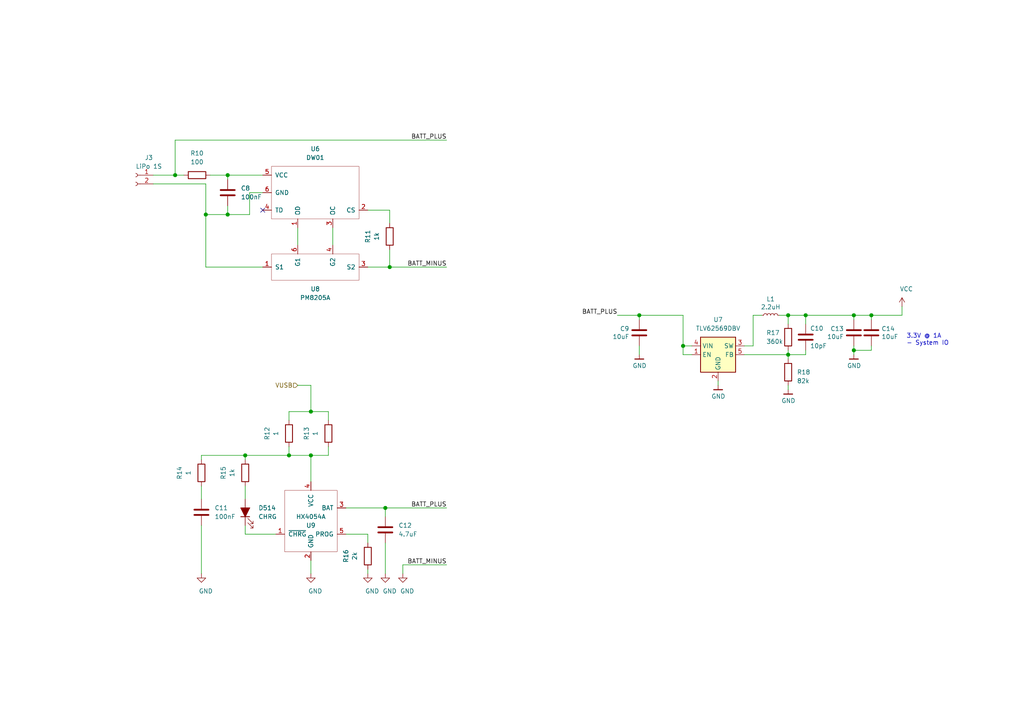
<source format=kicad_sch>
(kicad_sch (version 20230121) (generator eeschema)
  (paper "A4")
  (title_block (title "1S LiPo charge and protection") (rev "1.0"))
  (lib_symbols
    (symbol "Connector:Conn_01x02_Female" (pin_names (offset 1.016) hide)
      (property "Reference" "J" (at 0 2.54 0))
      (property "Value" "Conn_01x02_Female" (at 0 -5.08 0))
      (symbol "Conn_01x02_Female_1_1"
        (arc (start 0 -2.032) (mid -0.5058 -2.54) (end 0 -3.048) (stroke (width 0.1524)))
        (polyline (pts (xy -1.27 -2.54) (xy -0.508 -2.54)) (stroke (width 0.1524)))
        (polyline (pts (xy -1.27 0) (xy -0.508 0)) (stroke (width 0.1524)))
        (arc (start 0 0.508) (mid -0.5058 0) (end 0 -0.508) (stroke (width 0.1524)))
        (pin passive line (at -5.08 0 0) (length 3.81) (name "Pin_1") (number "1"))
        (pin passive line (at -5.08 -2.54 0) (length 3.81) (name "Pin_2") (number "2"))
      )
    )
    (symbol "Device:C" (pin_numbers hide) (pin_names (offset 0.254))
      (property "Reference" "C" (at 0.635 2.54 0))
      (property "Value" "C" (at 0.635 -2.54 0))
      (symbol "C_0_1"
        (polyline (pts (xy -2.032 -0.762) (xy 2.032 -0.762)) (stroke (width 0.508)))
        (polyline (pts (xy -2.032 0.762) (xy 2.032 0.762)) (stroke (width 0.508)))
      )
      (symbol "C_1_1"
        (pin passive line (at 0 3.81 270) (length 2.794) (name "~") (number "1"))
        (pin passive line (at 0 -3.81 90) (length 2.794) (name "~") (number "2"))
      )
    )
    (symbol "Device:LED_ALT" (pin_numbers hide) (pin_names (offset 1.016) hide)
      (property "Reference" "D" (at 0 2.54 0))
      (property "Value" "LED_ALT" (at 0 -2.54 0))
      (symbol "LED_ALT_0_1"
        (polyline (pts (xy -1.27 -1.27) (xy -1.27 1.27)) (stroke (width 0.254)))
        (polyline (pts (xy -1.27 0) (xy 1.27 0)))
        (polyline (pts (xy 1.27 -1.27) (xy 1.27 1.27) (xy -1.27 0) (xy 1.27 -1.27)) (stroke (width 0.254)) (fill (type outline)))
        (polyline (pts (xy -3.048 -0.762) (xy -4.572 -2.286) (xy -3.81 -2.286) (xy -4.572 -2.286) (xy -4.572 -1.524)))
        (polyline (pts (xy -1.778 -0.762) (xy -3.302 -2.286) (xy -2.54 -2.286) (xy -3.302 -2.286) (xy -3.302 -1.524)))
      )
      (symbol "LED_ALT_1_1"
        (pin passive line (at -3.81 0 0) (length 2.54) (name "K") (number "1"))
        (pin passive line (at 3.81 0 180) (length 2.54) (name "A") (number "2"))
      )
    )
    (symbol "Device:L_Small" (pin_numbers hide) (pin_names (offset 0.254) hide)
      (property "Reference" "L" (at 0.762 1.016 0))
      (property "Value" "L_Small" (at 0.762 -1.016 0))
      (symbol "L_Small_0_1"
        (arc (start 0 -2.032) (mid 0.5058 -1.524) (end 0 -1.016))
        (arc (start 0 -1.016) (mid 0.5058 -0.508) (end 0 0))
        (arc (start 0 0) (mid 0.5058 0.508) (end 0 1.016))
        (arc (start 0 1.016) (mid 0.5058 1.524) (end 0 2.032))
      )
      (symbol "L_Small_1_1"
        (pin passive line (at 0 2.54 270) (length 0.508) (name "~") (number "1"))
        (pin passive line (at 0 -2.54 90) (length 0.508) (name "~") (number "2"))
      )
    )
    (symbol "Device:R" (pin_numbers hide) (pin_names (offset 0))
      (property "Reference" "R" (at 2.032 0 90))
      (property "Value" "R" (at 0 0 90))
      (symbol "R_0_1"
        (rectangle (start -1.016 -2.54) (end 1.016 2.54) (stroke (width 0.254)))
      )
      (symbol "R_1_1"
        (pin passive line (at 0 3.81 270) (length 1.27) (name "~") (number "1"))
        (pin passive line (at 0 -3.81 90) (length 1.27) (name "~") (number "2"))
      )
    )
    (symbol "Regulator_Switching:TLV62569DBV"
      (property "Reference" "U" (at -5.08 6.35 0))
      (property "Value" "TLV62569DBV" (at 0 6.35 0))
      (symbol "TLV62569DBV_0_1"
        (rectangle (start -5.08 5.08) (end 5.08 -5.08) (stroke (width 0.254)) (fill (type background)))
      )
      (symbol "TLV62569DBV_1_1"
        (pin input line (at -7.62 0 0) (length 2.54) (name "EN") (number "1"))
        (pin power_in line (at 0 -7.62 90) (length 2.54) (name "GND") (number "2"))
        (pin power_out line (at 7.62 2.54 180) (length 2.54) (name "SW") (number "3"))
        (pin power_in line (at -7.62 2.54 0) (length 2.54) (name "VIN") (number "4"))
        (pin input line (at 7.62 0 180) (length 2.54) (name "FB") (number "5"))
      )
    )
    (symbol "gkl_power:GND" (power) (pin_names (offset 0))
      (property "Value" "GND" (at 0 -2.54 0))
      (symbol "GND_0_1"
        (polyline (pts (xy 0 -1.27) (xy 0 0)))
        (polyline (pts (xy 1.27 -1.27) (xy -1.27 -1.27)) (stroke (width 0.3048)))
      )
      (symbol "GND_1_1"
        (pin power_in line (at 0 0 270) (length 0) hide (name "GND") (number "1"))
      )
    )
    (symbol "hx4054a:DW01" (pin_names (offset 1.016))
      (property "Reference" "U" (at 0 -1.27 0))
      (property "Value" "DW01" (at 0 1.27 0))
      (symbol "DW01_0_1"
        (rectangle (start -12.7 7.62) (end 12.7 -7.62) (stroke (width 0.0005)))
      )
      (symbol "DW01_1_1"
        (pin output line (at -5.08 -10.16 90) (length 2.54) (name "OD") (number "1"))
        (pin input line (at 15.24 -5.08 180) (length 2.54) (name "CS") (number "2"))
        (pin output line (at 5.08 -10.16 90) (length 2.54) (name "OC") (number "3"))
        (pin input line (at -15.24 -5.08 0) (length 2.54) (name "TD") (number "4"))
        (pin power_in line (at -15.24 5.08 0) (length 2.54) (name "VCC") (number "5"))
        (pin passive line (at -15.24 0 0) (length 2.54) (name "GND") (number "6"))
      )
    )
    (symbol "hx4054a:HX4054A" (pin_names (offset 1.016))
      (property "Reference" "U" (at 0 -1.27 0))
      (property "Value" "HX4054A" (at 0 1.27 0))
      (symbol "HX4054A_0_1"
        (rectangle (start -7.62 8.89) (end 7.62 -8.89) (stroke (width 0.0005)))
      )
      (symbol "HX4054A_1_1"
        (pin output line (at -10.16 -3.81 0) (length 2.54) (name "~{CHRG}") (number "1"))
        (pin passive line (at 0 -11.43 90) (length 2.54) (name "GND") (number "2"))
        (pin output line (at 10.16 3.81 180) (length 2.54) (name "BAT") (number "3"))
        (pin power_in line (at 0 11.43 270) (length 2.54) (name "VCC") (number "4"))
        (pin input line (at 10.16 -3.81 180) (length 2.54) (name "PROG") (number "5"))
      )
    )
    (symbol "pm8205a:PM8205A" (pin_names (offset 1.016))
      (property "Reference" "U" (at 0 1.27 0))
      (property "Value" "PM8205A" (at 0 -1.27 0))
      (symbol "PM8205A_0_1"
        (rectangle (start -12.7 3.81) (end 12.7 -3.81) (stroke (width 0.0005)))
      )
      (symbol "PM8205A_1_1"
        (pin bidirectional line (at -15.24 0 0) (length 2.54) (name "S1") (number "1"))
        (pin bidirectional line (at 15.24 0 180) (length 2.54) (name "S2") (number "3"))
        (pin input line (at 5.08 6.35 270) (length 2.54) (name "G2") (number "4"))
        (pin input line (at -5.08 6.35 270) (length 2.54) (name "G1") (number "6"))
      )
    )
    (symbol "power:GND" (power) (pin_names (offset 0))
      (property "Value" "GND" (at 0 -3.81 0))
      (symbol "GND_0_1"
        (polyline (pts (xy 0 0) (xy 0 -1.27) (xy 1.27 -1.27) (xy 0 -2.54) (xy -1.27 -1.27) (xy 0 -1.27)))
      )
      (symbol "GND_1_1"
        (pin power_in line (at 0 0 270) (length 0) hide (name "GND") (number "1"))
      )
    )
    (symbol "power:VCC" (power) (pin_names (offset 0))
      (property "Value" "VCC" (at 0 3.81 0))
      (symbol "VCC_0_1"
        (polyline (pts (xy -0.762 1.27) (xy 0 2.54)))
        (polyline (pts (xy 0 0) (xy 0 2.54)))
        (polyline (pts (xy 0 2.54) (xy 0.762 1.27)))
      )
      (symbol "VCC_1_1"
        (pin power_in line (at 0 0 90) (length 0) hide (name "VCC") (number "1"))
      )
    )
  )
  (junction (at 111.76 147.32) (diameter 1.016))
  (junction (at 66.04 50.8) (diameter 1.016))
  (junction (at 83.82 132.08) (diameter 1.016))
  (junction (at 252.73 91.44) (diameter 1.016))
  (junction (at 66.04 62.23) (diameter 1.016))
  (junction (at 90.17 119.38) (diameter 1.016))
  (junction (at 233.68 91.44) (diameter 1.016))
  (junction (at 71.12 132.08) (diameter 1.016))
  (junction (at 90.17 132.08) (diameter 1.016))
  (junction (at 247.65 91.44) (diameter 1.016))
  (junction (at 113.03 77.47) (diameter 1.016))
  (junction (at 50.8 50.8) (diameter 1.016))
  (junction (at 185.42 91.44) (diameter 1.016))
  (junction (at 59.69 62.23) (diameter 1.016))
  (junction (at 247.65 101.6) (diameter 1.016))
  (junction (at 198.12 100.33) (diameter 1.016))
  (junction (at 228.6 91.44) (diameter 1.016))
  (junction (at 228.6 102.87) (diameter 1.016))
  (no_connect (at 76.2 60.96))
  (wire (pts (xy 233.68 102.87) (xy 233.68 101.6)))
  (wire (pts (xy 247.65 92.71) (xy 247.65 91.44)))
  (wire (pts (xy 59.69 62.23) (xy 66.04 62.23)))
  (wire (pts (xy 50.8 40.64) (xy 129.54 40.64)))
  (wire (pts (xy 83.82 132.08) (xy 71.12 132.08)))
  (wire (pts (xy 113.03 77.47) (xy 129.54 77.47)))
  (wire (pts (xy 83.82 129.54) (xy 83.82 132.08)))
  (wire (pts (xy 185.42 91.44) (xy 198.12 91.44)))
  (wire (pts (xy 252.73 91.44) (xy 261.62 91.44)))
  (wire (pts (xy 100.33 147.32) (xy 111.76 147.32)))
  (wire (pts (xy 111.76 157.48) (xy 111.76 166.37)))
  (wire (pts (xy 185.42 100.33) (xy 185.42 102.87)))
  (wire (pts (xy 215.9 102.87) (xy 228.6 102.87)))
  (wire (pts (xy 90.17 162.56) (xy 90.17 166.37)))
  (wire (pts (xy 86.36 66.04) (xy 86.36 71.12)))
  (wire (pts (xy 71.12 132.08) (xy 71.12 133.35)))
  (wire (pts (xy 226.06 91.44) (xy 228.6 91.44)))
  (wire (pts (xy 106.68 165.1) (xy 106.68 166.37)))
  (wire (pts (xy 228.6 111.76) (xy 228.6 113.03)))
  (wire (pts (xy 60.96 50.8) (xy 66.04 50.8)))
  (wire (pts (xy 90.17 119.38) (xy 95.25 119.38)))
  (wire (pts (xy 100.33 154.94) (xy 106.68 154.94)))
  (wire (pts (xy 261.62 91.44) (xy 261.62 88.9)))
  (wire (pts (xy 90.17 139.7) (xy 90.17 132.08)))
  (wire (pts (xy 71.12 154.94) (xy 71.12 152.4)))
  (wire (pts (xy 116.84 163.83) (xy 129.54 163.83)))
  (wire (pts (xy 198.12 100.33) (xy 198.12 91.44)))
  (wire (pts (xy 228.6 93.98) (xy 228.6 91.44)))
  (wire (pts (xy 66.04 50.8) (xy 66.04 52.07)))
  (wire (pts (xy 111.76 147.32) (xy 129.54 147.32)))
  (wire (pts (xy 72.39 55.88) (xy 72.39 62.23)))
  (wire (pts (xy 59.69 77.47) (xy 59.69 62.23)))
  (wire (pts (xy 44.45 53.34) (xy 59.69 53.34)))
  (wire (pts (xy 76.2 77.47) (xy 59.69 77.47)))
  (wire (pts (xy 66.04 62.23) (xy 72.39 62.23)))
  (wire (pts (xy 247.65 100.33) (xy 247.65 101.6)))
  (wire (pts (xy 58.42 152.4) (xy 58.42 166.37)))
  (wire (pts (xy 228.6 101.6) (xy 228.6 102.87)))
  (wire (pts (xy 228.6 91.44) (xy 233.68 91.44)))
  (wire (pts (xy 90.17 111.76) (xy 90.17 119.38)))
  (wire (pts (xy 247.65 101.6) (xy 247.65 102.87)))
  (wire (pts (xy 228.6 102.87) (xy 228.6 104.14)))
  (wire (pts (xy 252.73 101.6) (xy 247.65 101.6)))
  (wire (pts (xy 185.42 91.44) (xy 179.07 91.44)))
  (wire (pts (xy 252.73 92.71) (xy 252.73 91.44)))
  (wire (pts (xy 233.68 93.98) (xy 233.68 91.44)))
  (wire (pts (xy 76.2 55.88) (xy 72.39 55.88)))
  (wire (pts (xy 233.68 91.44) (xy 247.65 91.44)))
  (wire (pts (xy 198.12 102.87) (xy 200.66 102.87)))
  (wire (pts (xy 252.73 100.33) (xy 252.73 101.6)))
  (wire (pts (xy 71.12 132.08) (xy 58.42 132.08)))
  (wire (pts (xy 90.17 132.08) (xy 95.25 132.08)))
  (wire (pts (xy 247.65 91.44) (xy 252.73 91.44)))
  (wire (pts (xy 106.68 157.48) (xy 106.68 154.94)))
  (wire (pts (xy 113.03 64.77) (xy 113.03 60.96)))
  (wire (pts (xy 71.12 140.97) (xy 71.12 144.78)))
  (wire (pts (xy 80.01 154.94) (xy 71.12 154.94)))
  (wire (pts (xy 83.82 121.92) (xy 83.82 119.38)))
  (wire (pts (xy 95.25 119.38) (xy 95.25 121.92)))
  (wire (pts (xy 185.42 92.71) (xy 185.42 91.44)))
  (wire (pts (xy 58.42 140.97) (xy 58.42 144.78)))
  (wire (pts (xy 95.25 132.08) (xy 95.25 129.54)))
  (wire (pts (xy 198.12 100.33) (xy 198.12 102.87)))
  (wire (pts (xy 200.66 100.33) (xy 198.12 100.33)))
  (wire (pts (xy 96.52 66.04) (xy 96.52 71.12)))
  (wire (pts (xy 83.82 119.38) (xy 90.17 119.38)))
  (wire (pts (xy 218.44 100.33) (xy 218.44 91.44)))
  (wire (pts (xy 228.6 102.87) (xy 233.68 102.87)))
  (wire (pts (xy 66.04 50.8) (xy 76.2 50.8)))
  (wire (pts (xy 59.69 53.34) (xy 59.69 62.23)))
  (wire (pts (xy 50.8 50.8) (xy 50.8 40.64)))
  (wire (pts (xy 90.17 132.08) (xy 83.82 132.08)))
  (wire (pts (xy 66.04 59.69) (xy 66.04 62.23)))
  (wire (pts (xy 111.76 147.32) (xy 111.76 149.86)))
  (wire (pts (xy 50.8 50.8) (xy 53.34 50.8)))
  (wire (pts (xy 113.03 72.39) (xy 113.03 77.47)))
  (wire (pts (xy 208.28 110.49) (xy 208.28 111.76)))
  (wire (pts (xy 44.45 50.8) (xy 50.8 50.8)))
  (wire (pts (xy 58.42 132.08) (xy 58.42 133.35)))
  (wire (pts (xy 86.36 111.76) (xy 90.17 111.76)))
  (wire (pts (xy 215.9 100.33) (xy 218.44 100.33)))
  (wire (pts (xy 106.68 77.47) (xy 113.03 77.47)))
  (wire (pts (xy 106.68 60.96) (xy 113.03 60.96)))
  (wire (pts (xy 116.84 166.37) (xy 116.84 163.83)))
  (wire (pts (xy 220.98 91.44) (xy 218.44 91.44)))
  (text "3.3V @ 1A\n- System IO\n" (at 262.89 100.33 0) (effects (font (size 1.27 1.27)) (justify left bottom)))
  (label "BATT_PLUS" (at 179.07 91.44 180))
  (label "BATT_MINUS" (at 129.54 163.83 180))
  (label "BATT_PLUS" (at 129.54 147.32 180))
  (label "BATT_PLUS" (at 129.54 40.64 180))
  (label "BATT_MINUS" (at 129.54 77.47 180))
  (hierarchical_label "VUSB" (shape input) (at 86.36 111.76 180))
  (symbol (lib_id "hx4054a:HX4054A") (at 90.17 151.13 0) (unit 1)
    (property "Reference" "U9" (at 90.17 152.4 0))
    (property "Value" "HX4054A" (at 90.17 149.86 0))
    (property "Footprint" "Package_TO_SOT_SMD:SOT-23-5" (effects hide))
    (property "Mfg" "HX(hengjiaxing)" (effects hide))
    (property "PN" "HX4054A" (effects hide))
  )
  (symbol (lib_id "Device:R") (at 228.6 97.79 180) (unit 1)
    (property "Reference" "R17" (at 222.25 96.52 0) (effects (justify right)))
    (property "Value" "360k" (at 222.25 99.06 0) (effects (justify right)))
    (property "Footprint" "Resistor_SMD:R_0603_1608Metric" (effects hide))
    (property "Mfg" "UNI-ROYAL(Uniroyal Elec)" (effects hide))
    (property "PN" "0603WAF3603T5E" (effects hide))
  )
  (symbol (lib_id "power:GND") (at 111.76 166.37 0) (unit 1)
    (property "Reference" "#PWR053" (effects hide))
    (property "Value" "GND" (at 113.03 171.45 0))
  )
  (symbol (lib_id "Regulator_Switching:TLV62569DBV") (at 208.28 102.87 0) (unit 1)
    (property "Reference" "U7" (at 208.28 92.71 0))
    (property "Value" "TLV62569DBV" (at 208.28 95.25 0))
    (property "Footprint" "Package_TO_SOT_SMD:SOT-23-5" (effects hide))
    (property "Datasheet" "http://www.ti.com/lit/ds/symlink/tlv62569.pdf" (effects hide))
    (property "Mfg" "Texas Instruments" (effects hide))
    (property "PN" "TLV62569DBVR" (effects hide))
  )
  (symbol (lib_id "Device:C") (at 58.42 148.59 0) (unit 1)
    (property "Reference" "C11" (at 62.23 147.32 0) (effects (justify left)))
    (property "Value" "100nF" (at 62.23 149.86 0) (effects (justify left)))
    (property "Footprint" "Capacitor_SMD:C_0603_1608Metric" (effects hide))
    (property "Mfg" "Samsung Electro-Mechanics" (effects hide))
    (property "PN" "CL10B104KB8NNNC" (effects hide))
  )
  (symbol (lib_id "Device:C") (at 185.42 96.52 0) (mirror x) (unit 1)
    (property "Reference" "C9" (at 182.5244 95.3516 0) (effects (justify right)))
    (property "Value" "10uF" (at 182.5244 97.663 0) (effects (justify right)))
    (property "Footprint" "Capacitor_SMD:C_0603_1608Metric" (effects hide))
    (property "Mfg" "Samsung Electro-Mechanics" (effects hide))
    (property "PN" "CL10A106MO8NQNC" (effects hide))
  )
  (symbol (lib_id "Device:L_Small") (at 223.52 91.44 90) (unit 1)
    (property "Reference" "L1" (at 223.52 86.741 90))
    (property "Value" "2.2uH" (at 223.52 89.0524 90))
    (property "Footprint" "Inductor_SMD:L_0805_2012Metric" (effects hide))
    (property "Mfg" "Sunltech Tech" (effects hide))
    (property "PN" "SLM20122R2MIT" (effects hide))
  )
  (symbol (lib_id "power:GND") (at 90.17 166.37 0) (unit 1)
    (property "Reference" "#PWR051" (effects hide))
    (property "Value" "GND" (at 91.44 171.45 0))
  )
  (symbol (lib_id "power:GND") (at 58.42 166.37 0) (unit 1)
    (property "Reference" "#PWR050" (effects hide))
    (property "Value" "GND" (at 59.69 171.45 0))
  )
  (symbol (lib_id "hx4054a:DW01") (at 91.44 55.88 0) (unit 1)
    (property "Reference" "U6" (at 91.44 43.18 0))
    (property "Value" "DW01" (at 91.44 45.72 0))
    (property "Footprint" "Package_TO_SOT_SMD:SOT-23-6" (effects hide))
    (property "Mfg" "Guangdong Hottech" (effects hide))
    (property "PN" "DW01" (effects hide))
  )
  (symbol (lib_id "Device:R") (at 113.03 68.58 180) (unit 1)
    (property "Reference" "R11" (at 106.68 68.58 90))
    (property "Value" "1k" (at 109.22 68.58 90))
    (property "Footprint" "Resistor_SMD:R_0603_1608Metric" (effects hide))
    (property "Mfg" "UNI-ROYAL(Uniroyal Elec)" (effects hide))
    (property "PN" "0603WAF1001T5E" (effects hide))
  )
  (symbol (lib_id "Device:R") (at 83.82 125.73 180) (unit 1)
    (property "Reference" "R12" (at 77.47 125.73 90))
    (property "Value" "1" (at 80.01 125.73 90))
    (property "Footprint" "Resistor_SMD:R_0603_1608Metric" (effects hide))
    (property "Mfg" "UNI-ROYAL(Uniroyal Elec)" (effects hide))
    (property "PN" "0603WAF0000T5E" (effects hide))
  )
  (symbol (lib_id "Device:R") (at 228.6 107.95 0) (unit 1)
    (property "Reference" "R18" (at 231.14 107.95 0) (effects (justify left)))
    (property "Value" "82k" (at 231.14 110.49 0) (effects (justify left)))
    (property "Footprint" "Resistor_SMD:R_0603_1608Metric" (effects hide))
    (property "Mfg" "UNI-ROYAL(Uniroyal Elec)" (effects hide))
    (property "PN" "0603WAF8202T5E" (effects hide))
  )
  (symbol (lib_id "Connector:Conn_01x02_Female") (at 39.37 50.8 0) (mirror y) (unit 1)
    (property "Reference" "J3" (at 43.18 45.72 0))
    (property "Value" "LiPo 1S" (at 43.18 48.26 0))
    (property "Footprint" "Connectors:PH2.0-SMD-Horizontal" (effects hide))
    (property "Mfg" "JST Sales America" (effects hide))
    (property "PN" "S2B-PH-SM4-TB(LF)(SN)" (effects hide))
  )
  (symbol (lib_id "Device:R") (at 58.42 137.16 180) (unit 1)
    (property "Reference" "R14" (at 52.07 137.16 90))
    (property "Value" "1" (at 54.61 137.16 90))
    (property "Footprint" "Resistor_SMD:R_0603_1608Metric" (effects hide))
    (property "Mfg" "UNI-ROYAL(Uniroyal Elec)" (effects hide))
    (property "PN" "0603WAF0000T5E" (effects hide))
  )
  (symbol (lib_id "power:GND") (at 116.84 166.37 0) (unit 1)
    (property "Reference" "#PWR054" (effects hide))
    (property "Value" "GND" (at 118.11 171.45 0))
  )
  (symbol (lib_id "Device:R") (at 95.25 125.73 180) (unit 1)
    (property "Reference" "R13" (at 88.9 125.73 90))
    (property "Value" "1" (at 91.44 125.73 90))
    (property "Footprint" "Resistor_SMD:R_0603_1608Metric" (effects hide))
    (property "Mfg" "UNI-ROYAL(Uniroyal Elec)" (effects hide))
    (property "PN" "0603WAF0000T5E" (effects hide))
  )
  (symbol (lib_id "power:VCC") (at 261.62 88.9 0) (unit 1)
    (property "Reference" "#PWR046" (effects hide))
    (property "Value" "VCC" (at 262.89 83.82 0))
  )
  (symbol (lib_id "Device:R") (at 57.15 50.8 90) (unit 1)
    (property "Reference" "R10" (at 57.15 44.45 90))
    (property "Value" "100" (at 57.15 46.99 90))
    (property "Footprint" "Resistor_SMD:R_0603_1608Metric" (effects hide))
    (property "Mfg" "UNI-ROYAL(Uniroyal Elec)" (effects hide))
    (property "PN" "0603WAF1000T5E" (effects hide))
  )
  (symbol (lib_id "Device:C") (at 233.68 97.79 180) (unit 1)
    (property "Reference" "C10" (at 234.95 95.25 0) (effects (justify right)))
    (property "Value" "10pF" (at 234.95 100.33 0) (effects (justify right)))
    (property "Footprint" "Capacitor_SMD:C_0603_1608Metric" (effects hide))
    (property "Mfg" "Samsung Electro-Mechanics" (effects hide))
    (property "PN" "CL10C100JB81PNC" (effects hide))
  )
  (symbol (lib_id "Device:R") (at 71.12 137.16 180) (unit 1)
    (property "Reference" "R15" (at 64.77 137.16 90))
    (property "Value" "1k" (at 67.31 137.16 90))
    (property "Footprint" "Resistor_SMD:R_0603_1608Metric" (effects hide))
    (property "Mfg" "UNI-ROYAL(Uniroyal Elec)" (effects hide))
    (property "PN" "0603WAF1001T5E" (effects hide))
  )
  (symbol (lib_id "Device:LED_ALT") (at 71.12 148.59 90) (unit 1)
    (property "Reference" "D514" (at 74.93 147.32 90) (effects (justify right)))
    (property "Value" "CHRG" (at 74.93 149.86 90) (effects (justify right)))
    (property "Footprint" "LED_SMD:LED_0603_1608Metric" (effects hide))
    (property "Mfg" "Foshan NationStar Optoelectronics" (effects hide))
    (property "PN" "NCD0603Y1" (effects hide))
  )
  (symbol (lib_id "Device:C") (at 252.73 96.52 180) (unit 1)
    (property "Reference" "C14" (at 255.651 95.3516 0) (effects (justify right)))
    (property "Value" "10uF" (at 255.651 97.663 0) (effects (justify right)))
    (property "Footprint" "Capacitor_SMD:C_0603_1608Metric" (effects hide))
    (property "Mfg" "Samsung Electro-Mechanics" (effects hide))
    (property "PN" "CL10A106MO8NQNC" (effects hide))
  )
  (symbol (lib_id "gkl_power:GND") (at 228.6 113.03 0) (unit 1)
    (property "Reference" "#PWR0108" (effects hide))
    (property "Value" "GND" (at 228.6762 116.2304 0))
  )
  (symbol (lib_id "gkl_power:GND") (at 185.42 102.87 0) (unit 1)
    (property "Reference" "#PWR0110" (effects hide))
    (property "Value" "GND" (at 185.4962 106.0704 0))
  )
  (symbol (lib_id "power:GND") (at 106.68 166.37 0) (unit 1)
    (property "Reference" "#PWR052" (effects hide))
    (property "Value" "GND" (at 107.95 171.45 0))
  )
  (symbol (lib_id "Device:C") (at 66.04 55.88 0) (unit 1)
    (property "Reference" "C8" (at 69.85 54.61 0) (effects (justify left)))
    (property "Value" "100nF" (at 69.85 57.15 0) (effects (justify left)))
    (property "Footprint" "Capacitor_SMD:C_0603_1608Metric" (effects hide))
    (property "Mfg" "Samsung Electro-Mechanics" (effects hide))
    (property "PN" "CL10B104KB8NNNC" (effects hide))
  )
  (symbol (lib_id "pm8205a:PM8205A") (at 91.44 77.47 0) (unit 1)
    (property "Reference" "U8" (at 91.44 83.82 0))
    (property "Value" "PM8205A" (at 91.44 86.36 0))
    (property "Footprint" "Package_TO_SOT_SMD:SOT-23-6" (effects hide))
    (property "Mfg" "PN SILICON" (effects hide))
    (property "PN" "PM8205A" (effects hide))
  )
  (symbol (lib_id "Device:C") (at 111.76 153.67 0) (unit 1)
    (property "Reference" "C12" (at 115.57 152.4 0) (effects (justify left)))
    (property "Value" "4.7uF" (at 115.57 154.94 0) (effects (justify left)))
    (property "Footprint" "Capacitor_SMD:C_0603_1608Metric" (effects hide))
    (property "Mfg" "Samsung Electro-Mechanics" (effects hide))
    (property "PN" "CL10A475KO8NNNC" (effects hide))
  )
  (symbol (lib_id "Device:R") (at 106.68 161.29 180) (unit 1)
    (property "Reference" "R16" (at 100.33 161.29 90))
    (property "Value" "2k" (at 102.87 161.29 90))
    (property "Footprint" "Resistor_SMD:R_0603_1608Metric" (effects hide))
    (property "Mfg" "UNI-ROYAL(Uniroyal Elec)" (effects hide))
    (property "PN" "0603WAF2001T5E" (effects hide))
  )
  (symbol (lib_id "gkl_power:GND") (at 247.65 102.87 0) (unit 1)
    (property "Reference" "#PWR0111" (effects hide))
    (property "Value" "GND" (at 247.7262 106.0704 0))
  )
  (symbol (lib_id "Device:C") (at 247.65 96.52 0) (mirror x) (unit 1)
    (property "Reference" "C13" (at 244.7544 95.3516 0) (effects (justify right)))
    (property "Value" "10uF" (at 244.7544 97.663 0) (effects (justify right)))
    (property "Footprint" "Capacitor_SMD:C_0603_1608Metric" (effects hide))
    (property "Mfg" "Samsung Electro-Mechanics" (effects hide))
    (property "PN" "CL10A106MO8NQNC" (effects hide))
  )
  (symbol (lib_id "gkl_power:GND") (at 208.28 111.76 0) (unit 1)
    (property "Reference" "#PWR0109" (effects hide))
    (property "Value" "GND" (at 208.3562 114.9604 0))
  )
)
</source>
